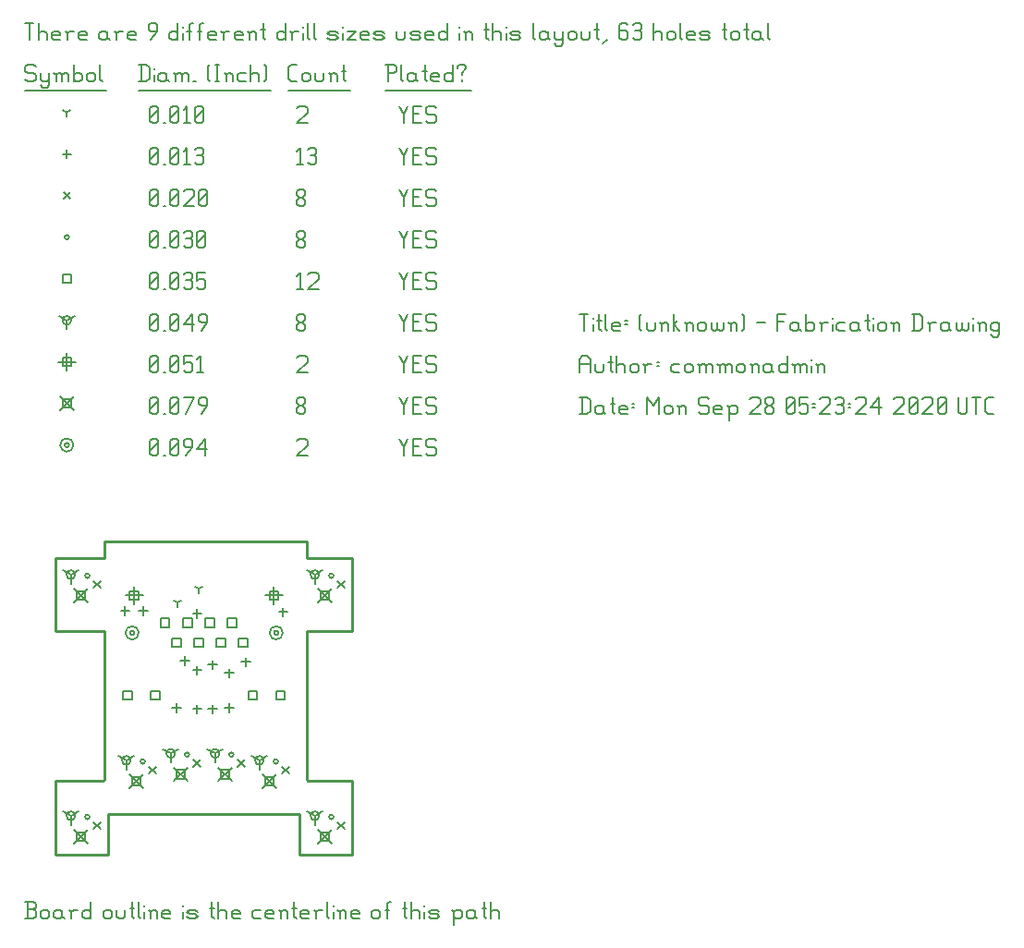
<source format=gbr>
G04 start of page 14 for group -3984 idx -3984 *
G04 Title: (unknown), fab *
G04 Creator: pcb 4.2.0 *
G04 CreationDate: Mon Sep 28 05:23:24 2020 UTC *
G04 For: commonadmin *
G04 Format: Gerber/RS-274X *
G04 PCB-Dimensions (mil): 1250.00 1500.00 *
G04 PCB-Coordinate-Origin: lower left *
%MOIN*%
%FSLAX25Y25*%
%LNFAB*%
%ADD115C,0.0100*%
%ADD114C,0.0075*%
%ADD113C,0.0060*%
%ADD112C,0.0080*%
G54D112*X37731Y93500D02*G75*G03X39331Y93500I800J0D01*G01*
G75*G03X37731Y93500I-800J0D01*G01*
X36131D02*G75*G03X40931Y93500I2400J0D01*G01*
G75*G03X36131Y93500I-2400J0D01*G01*
X89700D02*G75*G03X91300Y93500I800J0D01*G01*
G75*G03X89700Y93500I-800J0D01*G01*
X88100D02*G75*G03X92900Y93500I2400J0D01*G01*
G75*G03X88100Y93500I-2400J0D01*G01*
X14200Y161250D02*G75*G03X15800Y161250I800J0D01*G01*
G75*G03X14200Y161250I-800J0D01*G01*
X12600D02*G75*G03X17400Y161250I2400J0D01*G01*
G75*G03X12600Y161250I-2400J0D01*G01*
G54D113*X135000Y163500D02*X136500Y160500D01*
X138000Y163500D01*
X136500Y160500D02*Y157500D01*
X139800Y160800D02*X142050D01*
X139800Y157500D02*X142800D01*
X139800Y163500D02*Y157500D01*
Y163500D02*X142800D01*
X147600D02*X148350Y162750D01*
X145350Y163500D02*X147600D01*
X144600Y162750D02*X145350Y163500D01*
X144600Y162750D02*Y161250D01*
X145350Y160500D01*
X147600D01*
X148350Y159750D01*
Y158250D01*
X147600Y157500D02*X148350Y158250D01*
X145350Y157500D02*X147600D01*
X144600Y158250D02*X145350Y157500D01*
X98000Y162750D02*X98750Y163500D01*
X101000D01*
X101750Y162750D01*
Y161250D01*
X98000Y157500D02*X101750Y161250D01*
X98000Y157500D02*X101750D01*
X45000Y158250D02*X45750Y157500D01*
X45000Y162750D02*Y158250D01*
Y162750D02*X45750Y163500D01*
X47250D01*
X48000Y162750D01*
Y158250D01*
X47250Y157500D02*X48000Y158250D01*
X45750Y157500D02*X47250D01*
X45000Y159000D02*X48000Y162000D01*
X49800Y157500D02*X50550D01*
X52350Y158250D02*X53100Y157500D01*
X52350Y162750D02*Y158250D01*
Y162750D02*X53100Y163500D01*
X54600D01*
X55350Y162750D01*
Y158250D01*
X54600Y157500D02*X55350Y158250D01*
X53100Y157500D02*X54600D01*
X52350Y159000D02*X55350Y162000D01*
X57900Y157500D02*X60150Y160500D01*
Y162750D02*Y160500D01*
X59400Y163500D02*X60150Y162750D01*
X57900Y163500D02*X59400D01*
X57150Y162750D02*X57900Y163500D01*
X57150Y162750D02*Y161250D01*
X57900Y160500D01*
X60150D01*
X61950Y159750D02*X64950Y163500D01*
X61950Y159750D02*X65700D01*
X64950Y163500D02*Y157500D01*
X17600Y22400D02*X22400Y17600D01*
X17600D02*X22400Y22400D01*
X18400Y21600D02*X21600D01*
X18400D02*Y18400D01*
X21600D01*
Y21600D02*Y18400D01*
X105600Y22400D02*X110400Y17600D01*
X105600D02*X110400Y22400D01*
X106400Y21600D02*X109600D01*
X106400D02*Y18400D01*
X109600D01*
Y21600D02*Y18400D01*
X69600Y44900D02*X74400Y40100D01*
X69600D02*X74400Y44900D01*
X70400Y44100D02*X73600D01*
X70400D02*Y40900D01*
X73600D01*
Y44100D02*Y40900D01*
X85600Y42400D02*X90400Y37600D01*
X85600D02*X90400Y42400D01*
X86400Y41600D02*X89600D01*
X86400D02*Y38400D01*
X89600D01*
Y41600D02*Y38400D01*
X53600Y44900D02*X58400Y40100D01*
X53600D02*X58400Y44900D01*
X54400Y44100D02*X57600D01*
X54400D02*Y40900D01*
X57600D01*
Y44100D02*Y40900D01*
X37600Y42400D02*X42400Y37600D01*
X37600D02*X42400Y42400D01*
X38400Y41600D02*X41600D01*
X38400D02*Y38400D01*
X41600D01*
Y41600D02*Y38400D01*
X105600Y109400D02*X110400Y104600D01*
X105600D02*X110400Y109400D01*
X106400Y108600D02*X109600D01*
X106400D02*Y105400D01*
X109600D01*
Y108600D02*Y105400D01*
X17600Y109400D02*X22400Y104600D01*
X17600D02*X22400Y109400D01*
X18400Y108600D02*X21600D01*
X18400D02*Y105400D01*
X21600D01*
Y108600D02*Y105400D01*
X12600Y178650D02*X17400Y173850D01*
X12600D02*X17400Y178650D01*
X13400Y177850D02*X16600D01*
X13400D02*Y174650D01*
X16600D01*
Y177850D02*Y174650D01*
X135000Y178500D02*X136500Y175500D01*
X138000Y178500D01*
X136500Y175500D02*Y172500D01*
X139800Y175800D02*X142050D01*
X139800Y172500D02*X142800D01*
X139800Y178500D02*Y172500D01*
Y178500D02*X142800D01*
X147600D02*X148350Y177750D01*
X145350Y178500D02*X147600D01*
X144600Y177750D02*X145350Y178500D01*
X144600Y177750D02*Y176250D01*
X145350Y175500D01*
X147600D01*
X148350Y174750D01*
Y173250D01*
X147600Y172500D02*X148350Y173250D01*
X145350Y172500D02*X147600D01*
X144600Y173250D02*X145350Y172500D01*
X98000Y173250D02*X98750Y172500D01*
X98000Y174450D02*Y173250D01*
Y174450D02*X99050Y175500D01*
X99950D01*
X101000Y174450D01*
Y173250D01*
X100250Y172500D02*X101000Y173250D01*
X98750Y172500D02*X100250D01*
X98000Y176550D02*X99050Y175500D01*
X98000Y177750D02*Y176550D01*
Y177750D02*X98750Y178500D01*
X100250D01*
X101000Y177750D01*
Y176550D01*
X99950Y175500D02*X101000Y176550D01*
X45000Y173250D02*X45750Y172500D01*
X45000Y177750D02*Y173250D01*
Y177750D02*X45750Y178500D01*
X47250D01*
X48000Y177750D01*
Y173250D01*
X47250Y172500D02*X48000Y173250D01*
X45750Y172500D02*X47250D01*
X45000Y174000D02*X48000Y177000D01*
X49800Y172500D02*X50550D01*
X52350Y173250D02*X53100Y172500D01*
X52350Y177750D02*Y173250D01*
Y177750D02*X53100Y178500D01*
X54600D01*
X55350Y177750D01*
Y173250D01*
X54600Y172500D02*X55350Y173250D01*
X53100Y172500D02*X54600D01*
X52350Y174000D02*X55350Y177000D01*
X57900Y172500D02*X60900Y178500D01*
X57150D02*X60900D01*
X63450Y172500D02*X65700Y175500D01*
Y177750D02*Y175500D01*
X64950Y178500D02*X65700Y177750D01*
X63450Y178500D02*X64950D01*
X62700Y177750D02*X63450Y178500D01*
X62700Y177750D02*Y176250D01*
X63450Y175500D01*
X65700D01*
X89713Y110204D02*Y103804D01*
X86513Y107004D02*X92913D01*
X88113Y108604D02*X91313D01*
X88113D02*Y105404D01*
X91313D01*
Y108604D02*Y105404D01*
X39319Y110204D02*Y103804D01*
X36119Y107004D02*X42519D01*
X37719Y108604D02*X40919D01*
X37719D02*Y105404D01*
X40919D01*
Y108604D02*Y105404D01*
X15000Y194450D02*Y188050D01*
X11800Y191250D02*X18200D01*
X13400Y192850D02*X16600D01*
X13400D02*Y189650D01*
X16600D01*
Y192850D02*Y189650D01*
X135000Y193500D02*X136500Y190500D01*
X138000Y193500D01*
X136500Y190500D02*Y187500D01*
X139800Y190800D02*X142050D01*
X139800Y187500D02*X142800D01*
X139800Y193500D02*Y187500D01*
Y193500D02*X142800D01*
X147600D02*X148350Y192750D01*
X145350Y193500D02*X147600D01*
X144600Y192750D02*X145350Y193500D01*
X144600Y192750D02*Y191250D01*
X145350Y190500D01*
X147600D01*
X148350Y189750D01*
Y188250D01*
X147600Y187500D02*X148350Y188250D01*
X145350Y187500D02*X147600D01*
X144600Y188250D02*X145350Y187500D01*
X98000Y192750D02*X98750Y193500D01*
X101000D01*
X101750Y192750D01*
Y191250D01*
X98000Y187500D02*X101750Y191250D01*
X98000Y187500D02*X101750D01*
X45000Y188250D02*X45750Y187500D01*
X45000Y192750D02*Y188250D01*
Y192750D02*X45750Y193500D01*
X47250D01*
X48000Y192750D01*
Y188250D01*
X47250Y187500D02*X48000Y188250D01*
X45750Y187500D02*X47250D01*
X45000Y189000D02*X48000Y192000D01*
X49800Y187500D02*X50550D01*
X52350Y188250D02*X53100Y187500D01*
X52350Y192750D02*Y188250D01*
Y192750D02*X53100Y193500D01*
X54600D01*
X55350Y192750D01*
Y188250D01*
X54600Y187500D02*X55350Y188250D01*
X53100Y187500D02*X54600D01*
X52350Y189000D02*X55350Y192000D01*
X57150Y193500D02*X60150D01*
X57150D02*Y190500D01*
X57900Y191250D01*
X59400D01*
X60150Y190500D01*
Y188250D01*
X59400Y187500D02*X60150Y188250D01*
X57900Y187500D02*X59400D01*
X57150Y188250D02*X57900Y187500D01*
X61950Y192300D02*X63150Y193500D01*
Y187500D01*
X61950D02*X64200D01*
X16457Y27480D02*Y24280D01*
Y27480D02*X19230Y29080D01*
X16457Y27480D02*X13683Y29080D01*
X14857Y27480D02*G75*G03X18057Y27480I1600J0D01*G01*
G75*G03X14857Y27480I-1600J0D01*G01*
X104457D02*Y24280D01*
Y27480D02*X107230Y29080D01*
X104457Y27480D02*X101683Y29080D01*
X102857Y27480D02*G75*G03X106057Y27480I1600J0D01*G01*
G75*G03X102857Y27480I-1600J0D01*G01*
X68457Y49980D02*Y46780D01*
Y49980D02*X71230Y51580D01*
X68457Y49980D02*X65683Y51580D01*
X66857Y49980D02*G75*G03X70057Y49980I1600J0D01*G01*
G75*G03X66857Y49980I-1600J0D01*G01*
X84457Y47480D02*Y44280D01*
Y47480D02*X87230Y49080D01*
X84457Y47480D02*X81683Y49080D01*
X82857Y47480D02*G75*G03X86057Y47480I1600J0D01*G01*
G75*G03X82857Y47480I-1600J0D01*G01*
X52457Y49980D02*Y46780D01*
Y49980D02*X55230Y51580D01*
X52457Y49980D02*X49683Y51580D01*
X50857Y49980D02*G75*G03X54057Y49980I1600J0D01*G01*
G75*G03X50857Y49980I-1600J0D01*G01*
X36457Y47480D02*Y44280D01*
Y47480D02*X39230Y49080D01*
X36457Y47480D02*X33683Y49080D01*
X34857Y47480D02*G75*G03X38057Y47480I1600J0D01*G01*
G75*G03X34857Y47480I-1600J0D01*G01*
X104457Y114480D02*Y111280D01*
Y114480D02*X107230Y116080D01*
X104457Y114480D02*X101683Y116080D01*
X102857Y114480D02*G75*G03X106057Y114480I1600J0D01*G01*
G75*G03X102857Y114480I-1600J0D01*G01*
X16457D02*Y111280D01*
Y114480D02*X19230Y116080D01*
X16457Y114480D02*X13683Y116080D01*
X14857Y114480D02*G75*G03X18057Y114480I1600J0D01*G01*
G75*G03X14857Y114480I-1600J0D01*G01*
X15000Y206250D02*Y203050D01*
Y206250D02*X17773Y207850D01*
X15000Y206250D02*X12227Y207850D01*
X13400Y206250D02*G75*G03X16600Y206250I1600J0D01*G01*
G75*G03X13400Y206250I-1600J0D01*G01*
X135000Y208500D02*X136500Y205500D01*
X138000Y208500D01*
X136500Y205500D02*Y202500D01*
X139800Y205800D02*X142050D01*
X139800Y202500D02*X142800D01*
X139800Y208500D02*Y202500D01*
Y208500D02*X142800D01*
X147600D02*X148350Y207750D01*
X145350Y208500D02*X147600D01*
X144600Y207750D02*X145350Y208500D01*
X144600Y207750D02*Y206250D01*
X145350Y205500D01*
X147600D01*
X148350Y204750D01*
Y203250D01*
X147600Y202500D02*X148350Y203250D01*
X145350Y202500D02*X147600D01*
X144600Y203250D02*X145350Y202500D01*
X98000Y203250D02*X98750Y202500D01*
X98000Y204450D02*Y203250D01*
Y204450D02*X99050Y205500D01*
X99950D01*
X101000Y204450D01*
Y203250D01*
X100250Y202500D02*X101000Y203250D01*
X98750Y202500D02*X100250D01*
X98000Y206550D02*X99050Y205500D01*
X98000Y207750D02*Y206550D01*
Y207750D02*X98750Y208500D01*
X100250D01*
X101000Y207750D01*
Y206550D01*
X99950Y205500D02*X101000Y206550D01*
X45000Y203250D02*X45750Y202500D01*
X45000Y207750D02*Y203250D01*
Y207750D02*X45750Y208500D01*
X47250D01*
X48000Y207750D01*
Y203250D01*
X47250Y202500D02*X48000Y203250D01*
X45750Y202500D02*X47250D01*
X45000Y204000D02*X48000Y207000D01*
X49800Y202500D02*X50550D01*
X52350Y203250D02*X53100Y202500D01*
X52350Y207750D02*Y203250D01*
Y207750D02*X53100Y208500D01*
X54600D01*
X55350Y207750D01*
Y203250D01*
X54600Y202500D02*X55350Y203250D01*
X53100Y202500D02*X54600D01*
X52350Y204000D02*X55350Y207000D01*
X57150Y204750D02*X60150Y208500D01*
X57150Y204750D02*X60900D01*
X60150Y208500D02*Y202500D01*
X63450D02*X65700Y205500D01*
Y207750D02*Y205500D01*
X64950Y208500D02*X65700Y207750D01*
X63450Y208500D02*X64950D01*
X62700Y207750D02*X63450Y208500D01*
X62700Y207750D02*Y206250D01*
X63450Y205500D01*
X65700D01*
X80435Y72620D02*X83635D01*
X80435D02*Y69420D01*
X83635D01*
Y72620D02*Y69420D01*
X90475Y72620D02*X93675D01*
X90475D02*Y69420D01*
X93675D01*
Y72620D02*Y69420D01*
X64924Y98643D02*X68124D01*
X64924D02*Y95443D01*
X68124D01*
Y98643D02*Y95443D01*
X72955Y98643D02*X76155D01*
X72955D02*Y95443D01*
X76155D01*
Y98643D02*Y95443D01*
X56892Y98643D02*X60092D01*
X56892D02*Y95443D01*
X60092D01*
Y98643D02*Y95443D01*
X48861Y98643D02*X52061D01*
X48861D02*Y95443D01*
X52061D01*
Y98643D02*Y95443D01*
X60908Y91557D02*X64108D01*
X60908D02*Y88357D01*
X64108D01*
Y91557D02*Y88357D01*
X52876Y91557D02*X56076D01*
X52876D02*Y88357D01*
X56076D01*
Y91557D02*Y88357D01*
X68939Y91557D02*X72139D01*
X68939D02*Y88357D01*
X72139D01*
Y91557D02*Y88357D01*
X76971Y91557D02*X80171D01*
X76971D02*Y88357D01*
X80171D01*
Y91557D02*Y88357D01*
X35357Y72620D02*X38557D01*
X35357D02*Y69420D01*
X38557D01*
Y72620D02*Y69420D01*
X45396Y72620D02*X48596D01*
X45396D02*Y69420D01*
X48596D01*
Y72620D02*Y69420D01*
X13400Y222850D02*X16600D01*
X13400D02*Y219650D01*
X16600D01*
Y222850D02*Y219650D01*
X135000Y223500D02*X136500Y220500D01*
X138000Y223500D01*
X136500Y220500D02*Y217500D01*
X139800Y220800D02*X142050D01*
X139800Y217500D02*X142800D01*
X139800Y223500D02*Y217500D01*
Y223500D02*X142800D01*
X147600D02*X148350Y222750D01*
X145350Y223500D02*X147600D01*
X144600Y222750D02*X145350Y223500D01*
X144600Y222750D02*Y221250D01*
X145350Y220500D01*
X147600D01*
X148350Y219750D01*
Y218250D01*
X147600Y217500D02*X148350Y218250D01*
X145350Y217500D02*X147600D01*
X144600Y218250D02*X145350Y217500D01*
X98000Y222300D02*X99200Y223500D01*
Y217500D01*
X98000D02*X100250D01*
X102050Y222750D02*X102800Y223500D01*
X105050D01*
X105800Y222750D01*
Y221250D01*
X102050Y217500D02*X105800Y221250D01*
X102050Y217500D02*X105800D01*
X45000Y218250D02*X45750Y217500D01*
X45000Y222750D02*Y218250D01*
Y222750D02*X45750Y223500D01*
X47250D01*
X48000Y222750D01*
Y218250D01*
X47250Y217500D02*X48000Y218250D01*
X45750Y217500D02*X47250D01*
X45000Y219000D02*X48000Y222000D01*
X49800Y217500D02*X50550D01*
X52350Y218250D02*X53100Y217500D01*
X52350Y222750D02*Y218250D01*
Y222750D02*X53100Y223500D01*
X54600D01*
X55350Y222750D01*
Y218250D01*
X54600Y217500D02*X55350Y218250D01*
X53100Y217500D02*X54600D01*
X52350Y219000D02*X55350Y222000D01*
X57150Y222750D02*X57900Y223500D01*
X59400D01*
X60150Y222750D01*
X59400Y217500D02*X60150Y218250D01*
X57900Y217500D02*X59400D01*
X57150Y218250D02*X57900Y217500D01*
Y220800D02*X59400D01*
X60150Y222750D02*Y221550D01*
Y220050D02*Y218250D01*
Y220050D02*X59400Y220800D01*
X60150Y221550D02*X59400Y220800D01*
X61950Y223500D02*X64950D01*
X61950D02*Y220500D01*
X62700Y221250D01*
X64200D01*
X64950Y220500D01*
Y218250D01*
X64200Y217500D02*X64950Y218250D01*
X62700Y217500D02*X64200D01*
X61950Y218250D02*X62700Y217500D01*
X21562Y27087D02*G75*G03X23162Y27087I800J0D01*G01*
G75*G03X21562Y27087I-800J0D01*G01*
X109562D02*G75*G03X111162Y27087I800J0D01*G01*
G75*G03X109562Y27087I-800J0D01*G01*
X73562Y49587D02*G75*G03X75162Y49587I800J0D01*G01*
G75*G03X73562Y49587I-800J0D01*G01*
X89562Y47087D02*G75*G03X91162Y47087I800J0D01*G01*
G75*G03X89562Y47087I-800J0D01*G01*
X57562Y49587D02*G75*G03X59162Y49587I800J0D01*G01*
G75*G03X57562Y49587I-800J0D01*G01*
X41562Y47087D02*G75*G03X43162Y47087I800J0D01*G01*
G75*G03X41562Y47087I-800J0D01*G01*
X109562Y114087D02*G75*G03X111162Y114087I800J0D01*G01*
G75*G03X109562Y114087I-800J0D01*G01*
X21562D02*G75*G03X23162Y114087I800J0D01*G01*
G75*G03X21562Y114087I-800J0D01*G01*
X14200Y236250D02*G75*G03X15800Y236250I800J0D01*G01*
G75*G03X14200Y236250I-800J0D01*G01*
X135000Y238500D02*X136500Y235500D01*
X138000Y238500D01*
X136500Y235500D02*Y232500D01*
X139800Y235800D02*X142050D01*
X139800Y232500D02*X142800D01*
X139800Y238500D02*Y232500D01*
Y238500D02*X142800D01*
X147600D02*X148350Y237750D01*
X145350Y238500D02*X147600D01*
X144600Y237750D02*X145350Y238500D01*
X144600Y237750D02*Y236250D01*
X145350Y235500D01*
X147600D01*
X148350Y234750D01*
Y233250D01*
X147600Y232500D02*X148350Y233250D01*
X145350Y232500D02*X147600D01*
X144600Y233250D02*X145350Y232500D01*
X98000Y233250D02*X98750Y232500D01*
X98000Y234450D02*Y233250D01*
Y234450D02*X99050Y235500D01*
X99950D01*
X101000Y234450D01*
Y233250D01*
X100250Y232500D02*X101000Y233250D01*
X98750Y232500D02*X100250D01*
X98000Y236550D02*X99050Y235500D01*
X98000Y237750D02*Y236550D01*
Y237750D02*X98750Y238500D01*
X100250D01*
X101000Y237750D01*
Y236550D01*
X99950Y235500D02*X101000Y236550D01*
X45000Y233250D02*X45750Y232500D01*
X45000Y237750D02*Y233250D01*
Y237750D02*X45750Y238500D01*
X47250D01*
X48000Y237750D01*
Y233250D01*
X47250Y232500D02*X48000Y233250D01*
X45750Y232500D02*X47250D01*
X45000Y234000D02*X48000Y237000D01*
X49800Y232500D02*X50550D01*
X52350Y233250D02*X53100Y232500D01*
X52350Y237750D02*Y233250D01*
Y237750D02*X53100Y238500D01*
X54600D01*
X55350Y237750D01*
Y233250D01*
X54600Y232500D02*X55350Y233250D01*
X53100Y232500D02*X54600D01*
X52350Y234000D02*X55350Y237000D01*
X57150Y237750D02*X57900Y238500D01*
X59400D01*
X60150Y237750D01*
X59400Y232500D02*X60150Y233250D01*
X57900Y232500D02*X59400D01*
X57150Y233250D02*X57900Y232500D01*
Y235800D02*X59400D01*
X60150Y237750D02*Y236550D01*
Y235050D02*Y233250D01*
Y235050D02*X59400Y235800D01*
X60150Y236550D02*X59400Y235800D01*
X61950Y233250D02*X62700Y232500D01*
X61950Y237750D02*Y233250D01*
Y237750D02*X62700Y238500D01*
X64200D01*
X64950Y237750D01*
Y233250D01*
X64200Y232500D02*X64950Y233250D01*
X62700Y232500D02*X64200D01*
X61950Y234000D02*X64950Y237000D01*
X24706Y25137D02*X27106Y22737D01*
X24706D02*X27106Y25137D01*
X112706D02*X115106Y22737D01*
X112706D02*X115106Y25137D01*
X76706Y47637D02*X79106Y45237D01*
X76706D02*X79106Y47637D01*
X92706Y45137D02*X95106Y42737D01*
X92706D02*X95106Y45137D01*
X60706Y47637D02*X63106Y45237D01*
X60706D02*X63106Y47637D01*
X44706Y45137D02*X47106Y42737D01*
X44706D02*X47106Y45137D01*
X112706Y112137D02*X115106Y109737D01*
X112706D02*X115106Y112137D01*
X24706D02*X27106Y109737D01*
X24706D02*X27106Y112137D01*
X13800Y252450D02*X16200Y250050D01*
X13800D02*X16200Y252450D01*
X135000Y253500D02*X136500Y250500D01*
X138000Y253500D01*
X136500Y250500D02*Y247500D01*
X139800Y250800D02*X142050D01*
X139800Y247500D02*X142800D01*
X139800Y253500D02*Y247500D01*
Y253500D02*X142800D01*
X147600D02*X148350Y252750D01*
X145350Y253500D02*X147600D01*
X144600Y252750D02*X145350Y253500D01*
X144600Y252750D02*Y251250D01*
X145350Y250500D01*
X147600D01*
X148350Y249750D01*
Y248250D01*
X147600Y247500D02*X148350Y248250D01*
X145350Y247500D02*X147600D01*
X144600Y248250D02*X145350Y247500D01*
X98000Y248250D02*X98750Y247500D01*
X98000Y249450D02*Y248250D01*
Y249450D02*X99050Y250500D01*
X99950D01*
X101000Y249450D01*
Y248250D01*
X100250Y247500D02*X101000Y248250D01*
X98750Y247500D02*X100250D01*
X98000Y251550D02*X99050Y250500D01*
X98000Y252750D02*Y251550D01*
Y252750D02*X98750Y253500D01*
X100250D01*
X101000Y252750D01*
Y251550D01*
X99950Y250500D02*X101000Y251550D01*
X45000Y248250D02*X45750Y247500D01*
X45000Y252750D02*Y248250D01*
Y252750D02*X45750Y253500D01*
X47250D01*
X48000Y252750D01*
Y248250D01*
X47250Y247500D02*X48000Y248250D01*
X45750Y247500D02*X47250D01*
X45000Y249000D02*X48000Y252000D01*
X49800Y247500D02*X50550D01*
X52350Y248250D02*X53100Y247500D01*
X52350Y252750D02*Y248250D01*
Y252750D02*X53100Y253500D01*
X54600D01*
X55350Y252750D01*
Y248250D01*
X54600Y247500D02*X55350Y248250D01*
X53100Y247500D02*X54600D01*
X52350Y249000D02*X55350Y252000D01*
X57150Y252750D02*X57900Y253500D01*
X60150D01*
X60900Y252750D01*
Y251250D01*
X57150Y247500D02*X60900Y251250D01*
X57150Y247500D02*X60900D01*
X62700Y248250D02*X63450Y247500D01*
X62700Y252750D02*Y248250D01*
Y252750D02*X63450Y253500D01*
X64950D01*
X65700Y252750D01*
Y248250D01*
X64950Y247500D02*X65700Y248250D01*
X63450Y247500D02*X64950D01*
X62700Y249000D02*X65700Y252000D01*
X42500Y103100D02*Y99900D01*
X40900Y101500D02*X44100D01*
X36000Y103100D02*Y99900D01*
X34400Y101500D02*X37600D01*
X62000Y102100D02*Y98900D01*
X60400Y100500D02*X63600D01*
X93000Y102600D02*Y99400D01*
X91400Y101000D02*X94600D01*
X79500Y84600D02*Y81400D01*
X77900Y83000D02*X81100D01*
X57500Y85100D02*Y81900D01*
X55900Y83500D02*X59100D01*
X67500Y83600D02*Y80400D01*
X65900Y82000D02*X69100D01*
X73500Y80600D02*Y77400D01*
X71900Y79000D02*X75100D01*
X62000Y81600D02*Y78400D01*
X60400Y80000D02*X63600D01*
X54500Y68100D02*Y64900D01*
X52900Y66500D02*X56100D01*
X62000Y67600D02*Y64400D01*
X60400Y66000D02*X63600D01*
X67500Y67600D02*Y64400D01*
X65900Y66000D02*X69100D01*
X73500Y68100D02*Y64900D01*
X71900Y66500D02*X75100D01*
X15000Y267850D02*Y264650D01*
X13400Y266250D02*X16600D01*
X135000Y268500D02*X136500Y265500D01*
X138000Y268500D01*
X136500Y265500D02*Y262500D01*
X139800Y265800D02*X142050D01*
X139800Y262500D02*X142800D01*
X139800Y268500D02*Y262500D01*
Y268500D02*X142800D01*
X147600D02*X148350Y267750D01*
X145350Y268500D02*X147600D01*
X144600Y267750D02*X145350Y268500D01*
X144600Y267750D02*Y266250D01*
X145350Y265500D01*
X147600D01*
X148350Y264750D01*
Y263250D01*
X147600Y262500D02*X148350Y263250D01*
X145350Y262500D02*X147600D01*
X144600Y263250D02*X145350Y262500D01*
X98000Y267300D02*X99200Y268500D01*
Y262500D01*
X98000D02*X100250D01*
X102050Y267750D02*X102800Y268500D01*
X104300D01*
X105050Y267750D01*
X104300Y262500D02*X105050Y263250D01*
X102800Y262500D02*X104300D01*
X102050Y263250D02*X102800Y262500D01*
Y265800D02*X104300D01*
X105050Y267750D02*Y266550D01*
Y265050D02*Y263250D01*
Y265050D02*X104300Y265800D01*
X105050Y266550D02*X104300Y265800D01*
X45000Y263250D02*X45750Y262500D01*
X45000Y267750D02*Y263250D01*
Y267750D02*X45750Y268500D01*
X47250D01*
X48000Y267750D01*
Y263250D01*
X47250Y262500D02*X48000Y263250D01*
X45750Y262500D02*X47250D01*
X45000Y264000D02*X48000Y267000D01*
X49800Y262500D02*X50550D01*
X52350Y263250D02*X53100Y262500D01*
X52350Y267750D02*Y263250D01*
Y267750D02*X53100Y268500D01*
X54600D01*
X55350Y267750D01*
Y263250D01*
X54600Y262500D02*X55350Y263250D01*
X53100Y262500D02*X54600D01*
X52350Y264000D02*X55350Y267000D01*
X57150Y267300D02*X58350Y268500D01*
Y262500D01*
X57150D02*X59400D01*
X61200Y267750D02*X61950Y268500D01*
X63450D01*
X64200Y267750D01*
X63450Y262500D02*X64200Y263250D01*
X61950Y262500D02*X63450D01*
X61200Y263250D02*X61950Y262500D01*
Y265800D02*X63450D01*
X64200Y267750D02*Y266550D01*
Y265050D02*Y263250D01*
Y265050D02*X63450Y265800D01*
X64200Y266550D02*X63450Y265800D01*
X55000Y104500D02*Y102900D01*
Y104500D02*X56387Y105300D01*
X55000Y104500D02*X53613Y105300D01*
X62500Y109500D02*Y107900D01*
Y109500D02*X63887Y110300D01*
X62500Y109500D02*X61113Y110300D01*
X15000Y281250D02*Y279650D01*
Y281250D02*X16387Y282050D01*
X15000Y281250D02*X13613Y282050D01*
X135000Y283500D02*X136500Y280500D01*
X138000Y283500D01*
X136500Y280500D02*Y277500D01*
X139800Y280800D02*X142050D01*
X139800Y277500D02*X142800D01*
X139800Y283500D02*Y277500D01*
Y283500D02*X142800D01*
X147600D02*X148350Y282750D01*
X145350Y283500D02*X147600D01*
X144600Y282750D02*X145350Y283500D01*
X144600Y282750D02*Y281250D01*
X145350Y280500D01*
X147600D01*
X148350Y279750D01*
Y278250D01*
X147600Y277500D02*X148350Y278250D01*
X145350Y277500D02*X147600D01*
X144600Y278250D02*X145350Y277500D01*
X98000Y282750D02*X98750Y283500D01*
X101000D01*
X101750Y282750D01*
Y281250D01*
X98000Y277500D02*X101750Y281250D01*
X98000Y277500D02*X101750D01*
X45000Y278250D02*X45750Y277500D01*
X45000Y282750D02*Y278250D01*
Y282750D02*X45750Y283500D01*
X47250D01*
X48000Y282750D01*
Y278250D01*
X47250Y277500D02*X48000Y278250D01*
X45750Y277500D02*X47250D01*
X45000Y279000D02*X48000Y282000D01*
X49800Y277500D02*X50550D01*
X52350Y278250D02*X53100Y277500D01*
X52350Y282750D02*Y278250D01*
Y282750D02*X53100Y283500D01*
X54600D01*
X55350Y282750D01*
Y278250D01*
X54600Y277500D02*X55350Y278250D01*
X53100Y277500D02*X54600D01*
X52350Y279000D02*X55350Y282000D01*
X57150Y282300D02*X58350Y283500D01*
Y277500D01*
X57150D02*X59400D01*
X61200Y278250D02*X61950Y277500D01*
X61200Y282750D02*Y278250D01*
Y282750D02*X61950Y283500D01*
X63450D01*
X64200Y282750D01*
Y278250D01*
X63450Y277500D02*X64200Y278250D01*
X61950Y277500D02*X63450D01*
X61200Y279000D02*X64200Y282000D01*
X3000Y298500D02*X3750Y297750D01*
X750Y298500D02*X3000D01*
X0Y297750D02*X750Y298500D01*
X0Y297750D02*Y296250D01*
X750Y295500D01*
X3000D01*
X3750Y294750D01*
Y293250D01*
X3000Y292500D02*X3750Y293250D01*
X750Y292500D02*X3000D01*
X0Y293250D02*X750Y292500D01*
X5550Y295500D02*Y293250D01*
X6300Y292500D01*
X8550Y295500D02*Y291000D01*
X7800Y290250D02*X8550Y291000D01*
X6300Y290250D02*X7800D01*
X5550Y291000D02*X6300Y290250D01*
Y292500D02*X7800D01*
X8550Y293250D01*
X11100Y294750D02*Y292500D01*
Y294750D02*X11850Y295500D01*
X12600D01*
X13350Y294750D01*
Y292500D01*
Y294750D02*X14100Y295500D01*
X14850D01*
X15600Y294750D01*
Y292500D01*
X10350Y295500D02*X11100Y294750D01*
X17400Y298500D02*Y292500D01*
Y293250D02*X18150Y292500D01*
X19650D01*
X20400Y293250D01*
Y294750D02*Y293250D01*
X19650Y295500D02*X20400Y294750D01*
X18150Y295500D02*X19650D01*
X17400Y294750D02*X18150Y295500D01*
X22200Y294750D02*Y293250D01*
Y294750D02*X22950Y295500D01*
X24450D01*
X25200Y294750D01*
Y293250D01*
X24450Y292500D02*X25200Y293250D01*
X22950Y292500D02*X24450D01*
X22200Y293250D02*X22950Y292500D01*
X27000Y298500D02*Y293250D01*
X27750Y292500D01*
X0Y289250D02*X29250D01*
X41750Y298500D02*Y292500D01*
X43700Y298500D02*X44750Y297450D01*
Y293550D01*
X43700Y292500D02*X44750Y293550D01*
X41000Y292500D02*X43700D01*
X41000Y298500D02*X43700D01*
G54D114*X46550Y297000D02*Y296850D01*
G54D113*Y294750D02*Y292500D01*
X50300Y295500D02*X51050Y294750D01*
X48800Y295500D02*X50300D01*
X48050Y294750D02*X48800Y295500D01*
X48050Y294750D02*Y293250D01*
X48800Y292500D01*
X51050Y295500D02*Y293250D01*
X51800Y292500D01*
X48800D02*X50300D01*
X51050Y293250D01*
X54350Y294750D02*Y292500D01*
Y294750D02*X55100Y295500D01*
X55850D01*
X56600Y294750D01*
Y292500D01*
Y294750D02*X57350Y295500D01*
X58100D01*
X58850Y294750D01*
Y292500D01*
X53600Y295500D02*X54350Y294750D01*
X60650Y292500D02*X61400D01*
X65900Y293250D02*X66650Y292500D01*
X65900Y297750D02*X66650Y298500D01*
X65900Y297750D02*Y293250D01*
X68450Y298500D02*X69950D01*
X69200D02*Y292500D01*
X68450D02*X69950D01*
X72500Y294750D02*Y292500D01*
Y294750D02*X73250Y295500D01*
X74000D01*
X74750Y294750D01*
Y292500D01*
X71750Y295500D02*X72500Y294750D01*
X77300Y295500D02*X79550D01*
X76550Y294750D02*X77300Y295500D01*
X76550Y294750D02*Y293250D01*
X77300Y292500D01*
X79550D01*
X81350Y298500D02*Y292500D01*
Y294750D02*X82100Y295500D01*
X83600D01*
X84350Y294750D01*
Y292500D01*
X86150Y298500D02*X86900Y297750D01*
Y293250D01*
X86150Y292500D02*X86900Y293250D01*
X41000Y289250D02*X88700D01*
X96050Y292500D02*X98000D01*
X95000Y293550D02*X96050Y292500D01*
X95000Y297450D02*Y293550D01*
Y297450D02*X96050Y298500D01*
X98000D01*
X99800Y294750D02*Y293250D01*
Y294750D02*X100550Y295500D01*
X102050D01*
X102800Y294750D01*
Y293250D01*
X102050Y292500D02*X102800Y293250D01*
X100550Y292500D02*X102050D01*
X99800Y293250D02*X100550Y292500D01*
X104600Y295500D02*Y293250D01*
X105350Y292500D01*
X106850D01*
X107600Y293250D01*
Y295500D02*Y293250D01*
X110150Y294750D02*Y292500D01*
Y294750D02*X110900Y295500D01*
X111650D01*
X112400Y294750D01*
Y292500D01*
X109400Y295500D02*X110150Y294750D01*
X114950Y298500D02*Y293250D01*
X115700Y292500D01*
X114200Y296250D02*X115700D01*
X95000Y289250D02*X117200D01*
X130750Y298500D02*Y292500D01*
X130000Y298500D02*X133000D01*
X133750Y297750D01*
Y296250D01*
X133000Y295500D02*X133750Y296250D01*
X130750Y295500D02*X133000D01*
X135550Y298500D02*Y293250D01*
X136300Y292500D01*
X140050Y295500D02*X140800Y294750D01*
X138550Y295500D02*X140050D01*
X137800Y294750D02*X138550Y295500D01*
X137800Y294750D02*Y293250D01*
X138550Y292500D01*
X140800Y295500D02*Y293250D01*
X141550Y292500D01*
X138550D02*X140050D01*
X140800Y293250D01*
X144100Y298500D02*Y293250D01*
X144850Y292500D01*
X143350Y296250D02*X144850D01*
X147100Y292500D02*X149350D01*
X146350Y293250D02*X147100Y292500D01*
X146350Y294750D02*Y293250D01*
Y294750D02*X147100Y295500D01*
X148600D01*
X149350Y294750D01*
X146350Y294000D02*X149350D01*
Y294750D02*Y294000D01*
X154150Y298500D02*Y292500D01*
X153400D02*X154150Y293250D01*
X151900Y292500D02*X153400D01*
X151150Y293250D02*X151900Y292500D01*
X151150Y294750D02*Y293250D01*
Y294750D02*X151900Y295500D01*
X153400D01*
X154150Y294750D01*
X157450Y295500D02*Y294750D01*
Y293250D02*Y292500D01*
X155950Y297750D02*Y297000D01*
Y297750D02*X156700Y298500D01*
X158200D01*
X158950Y297750D01*
Y297000D01*
X157450Y295500D02*X158950Y297000D01*
X130000Y289250D02*X160750D01*
X0Y313500D02*X3000D01*
X1500D02*Y307500D01*
X4800Y313500D02*Y307500D01*
Y309750D02*X5550Y310500D01*
X7050D01*
X7800Y309750D01*
Y307500D01*
X10350D02*X12600D01*
X9600Y308250D02*X10350Y307500D01*
X9600Y309750D02*Y308250D01*
Y309750D02*X10350Y310500D01*
X11850D01*
X12600Y309750D01*
X9600Y309000D02*X12600D01*
Y309750D02*Y309000D01*
X15150Y309750D02*Y307500D01*
Y309750D02*X15900Y310500D01*
X17400D01*
X14400D02*X15150Y309750D01*
X19950Y307500D02*X22200D01*
X19200Y308250D02*X19950Y307500D01*
X19200Y309750D02*Y308250D01*
Y309750D02*X19950Y310500D01*
X21450D01*
X22200Y309750D01*
X19200Y309000D02*X22200D01*
Y309750D02*Y309000D01*
X28950Y310500D02*X29700Y309750D01*
X27450Y310500D02*X28950D01*
X26700Y309750D02*X27450Y310500D01*
X26700Y309750D02*Y308250D01*
X27450Y307500D01*
X29700Y310500D02*Y308250D01*
X30450Y307500D01*
X27450D02*X28950D01*
X29700Y308250D01*
X33000Y309750D02*Y307500D01*
Y309750D02*X33750Y310500D01*
X35250D01*
X32250D02*X33000Y309750D01*
X37800Y307500D02*X40050D01*
X37050Y308250D02*X37800Y307500D01*
X37050Y309750D02*Y308250D01*
Y309750D02*X37800Y310500D01*
X39300D01*
X40050Y309750D01*
X37050Y309000D02*X40050D01*
Y309750D02*Y309000D01*
X45300Y307500D02*X47550Y310500D01*
Y312750D02*Y310500D01*
X46800Y313500D02*X47550Y312750D01*
X45300Y313500D02*X46800D01*
X44550Y312750D02*X45300Y313500D01*
X44550Y312750D02*Y311250D01*
X45300Y310500D01*
X47550D01*
X55050Y313500D02*Y307500D01*
X54300D02*X55050Y308250D01*
X52800Y307500D02*X54300D01*
X52050Y308250D02*X52800Y307500D01*
X52050Y309750D02*Y308250D01*
Y309750D02*X52800Y310500D01*
X54300D01*
X55050Y309750D01*
G54D114*X56850Y312000D02*Y311850D01*
G54D113*Y309750D02*Y307500D01*
X59100Y312750D02*Y307500D01*
Y312750D02*X59850Y313500D01*
X60600D01*
X58350Y310500D02*X59850D01*
X62850Y312750D02*Y307500D01*
Y312750D02*X63600Y313500D01*
X64350D01*
X62100Y310500D02*X63600D01*
X66600Y307500D02*X68850D01*
X65850Y308250D02*X66600Y307500D01*
X65850Y309750D02*Y308250D01*
Y309750D02*X66600Y310500D01*
X68100D01*
X68850Y309750D01*
X65850Y309000D02*X68850D01*
Y309750D02*Y309000D01*
X71400Y309750D02*Y307500D01*
Y309750D02*X72150Y310500D01*
X73650D01*
X70650D02*X71400Y309750D01*
X76200Y307500D02*X78450D01*
X75450Y308250D02*X76200Y307500D01*
X75450Y309750D02*Y308250D01*
Y309750D02*X76200Y310500D01*
X77700D01*
X78450Y309750D01*
X75450Y309000D02*X78450D01*
Y309750D02*Y309000D01*
X81000Y309750D02*Y307500D01*
Y309750D02*X81750Y310500D01*
X82500D01*
X83250Y309750D01*
Y307500D01*
X80250Y310500D02*X81000Y309750D01*
X85800Y313500D02*Y308250D01*
X86550Y307500D01*
X85050Y311250D02*X86550D01*
X93750Y313500D02*Y307500D01*
X93000D02*X93750Y308250D01*
X91500Y307500D02*X93000D01*
X90750Y308250D02*X91500Y307500D01*
X90750Y309750D02*Y308250D01*
Y309750D02*X91500Y310500D01*
X93000D01*
X93750Y309750D01*
X96300D02*Y307500D01*
Y309750D02*X97050Y310500D01*
X98550D01*
X95550D02*X96300Y309750D01*
G54D114*X100350Y312000D02*Y311850D01*
G54D113*Y309750D02*Y307500D01*
X101850Y313500D02*Y308250D01*
X102600Y307500D01*
X104100Y313500D02*Y308250D01*
X104850Y307500D01*
X109800D02*X112050D01*
X112800Y308250D01*
X112050Y309000D02*X112800Y308250D01*
X109800Y309000D02*X112050D01*
X109050Y309750D02*X109800Y309000D01*
X109050Y309750D02*X109800Y310500D01*
X112050D01*
X112800Y309750D01*
X109050Y308250D02*X109800Y307500D01*
G54D114*X114600Y312000D02*Y311850D01*
G54D113*Y309750D02*Y307500D01*
X116100Y310500D02*X119100D01*
X116100Y307500D02*X119100Y310500D01*
X116100Y307500D02*X119100D01*
X121650D02*X123900D01*
X120900Y308250D02*X121650Y307500D01*
X120900Y309750D02*Y308250D01*
Y309750D02*X121650Y310500D01*
X123150D01*
X123900Y309750D01*
X120900Y309000D02*X123900D01*
Y309750D02*Y309000D01*
X126450Y307500D02*X128700D01*
X129450Y308250D01*
X128700Y309000D02*X129450Y308250D01*
X126450Y309000D02*X128700D01*
X125700Y309750D02*X126450Y309000D01*
X125700Y309750D02*X126450Y310500D01*
X128700D01*
X129450Y309750D01*
X125700Y308250D02*X126450Y307500D01*
X133950Y310500D02*Y308250D01*
X134700Y307500D01*
X136200D01*
X136950Y308250D01*
Y310500D02*Y308250D01*
X139500Y307500D02*X141750D01*
X142500Y308250D01*
X141750Y309000D02*X142500Y308250D01*
X139500Y309000D02*X141750D01*
X138750Y309750D02*X139500Y309000D01*
X138750Y309750D02*X139500Y310500D01*
X141750D01*
X142500Y309750D01*
X138750Y308250D02*X139500Y307500D01*
X145050D02*X147300D01*
X144300Y308250D02*X145050Y307500D01*
X144300Y309750D02*Y308250D01*
Y309750D02*X145050Y310500D01*
X146550D01*
X147300Y309750D01*
X144300Y309000D02*X147300D01*
Y309750D02*Y309000D01*
X152100Y313500D02*Y307500D01*
X151350D02*X152100Y308250D01*
X149850Y307500D02*X151350D01*
X149100Y308250D02*X149850Y307500D01*
X149100Y309750D02*Y308250D01*
Y309750D02*X149850Y310500D01*
X151350D01*
X152100Y309750D01*
G54D114*X156600Y312000D02*Y311850D01*
G54D113*Y309750D02*Y307500D01*
X158850Y309750D02*Y307500D01*
Y309750D02*X159600Y310500D01*
X160350D01*
X161100Y309750D01*
Y307500D01*
X158100Y310500D02*X158850Y309750D01*
X166350Y313500D02*Y308250D01*
X167100Y307500D01*
X165600Y311250D02*X167100D01*
X168600Y313500D02*Y307500D01*
Y309750D02*X169350Y310500D01*
X170850D01*
X171600Y309750D01*
Y307500D01*
G54D114*X173400Y312000D02*Y311850D01*
G54D113*Y309750D02*Y307500D01*
X175650D02*X177900D01*
X178650Y308250D01*
X177900Y309000D02*X178650Y308250D01*
X175650Y309000D02*X177900D01*
X174900Y309750D02*X175650Y309000D01*
X174900Y309750D02*X175650Y310500D01*
X177900D01*
X178650Y309750D01*
X174900Y308250D02*X175650Y307500D01*
X183150Y313500D02*Y308250D01*
X183900Y307500D01*
X187650Y310500D02*X188400Y309750D01*
X186150Y310500D02*X187650D01*
X185400Y309750D02*X186150Y310500D01*
X185400Y309750D02*Y308250D01*
X186150Y307500D01*
X188400Y310500D02*Y308250D01*
X189150Y307500D01*
X186150D02*X187650D01*
X188400Y308250D01*
X190950Y310500D02*Y308250D01*
X191700Y307500D01*
X193950Y310500D02*Y306000D01*
X193200Y305250D02*X193950Y306000D01*
X191700Y305250D02*X193200D01*
X190950Y306000D02*X191700Y305250D01*
Y307500D02*X193200D01*
X193950Y308250D01*
X195750Y309750D02*Y308250D01*
Y309750D02*X196500Y310500D01*
X198000D01*
X198750Y309750D01*
Y308250D01*
X198000Y307500D02*X198750Y308250D01*
X196500Y307500D02*X198000D01*
X195750Y308250D02*X196500Y307500D01*
X200550Y310500D02*Y308250D01*
X201300Y307500D01*
X202800D01*
X203550Y308250D01*
Y310500D02*Y308250D01*
X206100Y313500D02*Y308250D01*
X206850Y307500D01*
X205350Y311250D02*X206850D01*
X208350Y306000D02*X209850Y307500D01*
X216600Y313500D02*X217350Y312750D01*
X215100Y313500D02*X216600D01*
X214350Y312750D02*X215100Y313500D01*
X214350Y312750D02*Y308250D01*
X215100Y307500D01*
X216600Y310800D02*X217350Y310050D01*
X214350Y310800D02*X216600D01*
X215100Y307500D02*X216600D01*
X217350Y308250D01*
Y310050D02*Y308250D01*
X219150Y312750D02*X219900Y313500D01*
X221400D01*
X222150Y312750D01*
X221400Y307500D02*X222150Y308250D01*
X219900Y307500D02*X221400D01*
X219150Y308250D02*X219900Y307500D01*
Y310800D02*X221400D01*
X222150Y312750D02*Y311550D01*
Y310050D02*Y308250D01*
Y310050D02*X221400Y310800D01*
X222150Y311550D02*X221400Y310800D01*
X226650Y313500D02*Y307500D01*
Y309750D02*X227400Y310500D01*
X228900D01*
X229650Y309750D01*
Y307500D01*
X231450Y309750D02*Y308250D01*
Y309750D02*X232200Y310500D01*
X233700D01*
X234450Y309750D01*
Y308250D01*
X233700Y307500D02*X234450Y308250D01*
X232200Y307500D02*X233700D01*
X231450Y308250D02*X232200Y307500D01*
X236250Y313500D02*Y308250D01*
X237000Y307500D01*
X239250D02*X241500D01*
X238500Y308250D02*X239250Y307500D01*
X238500Y309750D02*Y308250D01*
Y309750D02*X239250Y310500D01*
X240750D01*
X241500Y309750D01*
X238500Y309000D02*X241500D01*
Y309750D02*Y309000D01*
X244050Y307500D02*X246300D01*
X247050Y308250D01*
X246300Y309000D02*X247050Y308250D01*
X244050Y309000D02*X246300D01*
X243300Y309750D02*X244050Y309000D01*
X243300Y309750D02*X244050Y310500D01*
X246300D01*
X247050Y309750D01*
X243300Y308250D02*X244050Y307500D01*
X252300Y313500D02*Y308250D01*
X253050Y307500D01*
X251550Y311250D02*X253050D01*
X254550Y309750D02*Y308250D01*
Y309750D02*X255300Y310500D01*
X256800D01*
X257550Y309750D01*
Y308250D01*
X256800Y307500D02*X257550Y308250D01*
X255300Y307500D02*X256800D01*
X254550Y308250D02*X255300Y307500D01*
X260100Y313500D02*Y308250D01*
X260850Y307500D01*
X259350Y311250D02*X260850D01*
X264600Y310500D02*X265350Y309750D01*
X263100Y310500D02*X264600D01*
X262350Y309750D02*X263100Y310500D01*
X262350Y309750D02*Y308250D01*
X263100Y307500D01*
X265350Y310500D02*Y308250D01*
X266100Y307500D01*
X263100D02*X264600D01*
X265350Y308250D01*
X267900Y313500D02*Y308250D01*
X268650Y307500D01*
G54D115*X101500Y40500D02*X102000Y40000D01*
X118000D01*
Y13500D01*
X101531Y126500D02*X28500D01*
X28000Y40000D02*X28500Y40500D01*
X28000Y40000D02*X11000D01*
Y13500D01*
X30000D01*
Y28000D01*
X118000Y13500D02*X99000D01*
Y28000D01*
X30000D01*
X28500Y126500D02*Y120500D01*
X11000D02*Y94000D01*
X28500D01*
Y40500D01*
X11000Y120500D02*X28500D01*
X101500Y40500D02*Y94000D01*
Y126500D02*Y120500D01*
X118000D01*
Y94000D01*
X101500D01*
G54D113*X0Y-9500D02*X3000D01*
X3750Y-8750D01*
Y-6950D02*Y-8750D01*
X3000Y-6200D02*X3750Y-6950D01*
X750Y-6200D02*X3000D01*
X750Y-3500D02*Y-9500D01*
X0Y-3500D02*X3000D01*
X3750Y-4250D01*
Y-5450D01*
X3000Y-6200D02*X3750Y-5450D01*
X5550Y-7250D02*Y-8750D01*
Y-7250D02*X6300Y-6500D01*
X7800D01*
X8550Y-7250D01*
Y-8750D01*
X7800Y-9500D02*X8550Y-8750D01*
X6300Y-9500D02*X7800D01*
X5550Y-8750D02*X6300Y-9500D01*
X12600Y-6500D02*X13350Y-7250D01*
X11100Y-6500D02*X12600D01*
X10350Y-7250D02*X11100Y-6500D01*
X10350Y-7250D02*Y-8750D01*
X11100Y-9500D01*
X13350Y-6500D02*Y-8750D01*
X14100Y-9500D01*
X11100D02*X12600D01*
X13350Y-8750D01*
X16650Y-7250D02*Y-9500D01*
Y-7250D02*X17400Y-6500D01*
X18900D01*
X15900D02*X16650Y-7250D01*
X23700Y-3500D02*Y-9500D01*
X22950D02*X23700Y-8750D01*
X21450Y-9500D02*X22950D01*
X20700Y-8750D02*X21450Y-9500D01*
X20700Y-7250D02*Y-8750D01*
Y-7250D02*X21450Y-6500D01*
X22950D01*
X23700Y-7250D01*
X28200D02*Y-8750D01*
Y-7250D02*X28950Y-6500D01*
X30450D01*
X31200Y-7250D01*
Y-8750D01*
X30450Y-9500D02*X31200Y-8750D01*
X28950Y-9500D02*X30450D01*
X28200Y-8750D02*X28950Y-9500D01*
X33000Y-6500D02*Y-8750D01*
X33750Y-9500D01*
X35250D01*
X36000Y-8750D01*
Y-6500D02*Y-8750D01*
X38550Y-3500D02*Y-8750D01*
X39300Y-9500D01*
X37800Y-5750D02*X39300D01*
X40800Y-3500D02*Y-8750D01*
X41550Y-9500D01*
G54D114*X43050Y-5000D02*Y-5150D01*
G54D113*Y-7250D02*Y-9500D01*
X45300Y-7250D02*Y-9500D01*
Y-7250D02*X46050Y-6500D01*
X46800D01*
X47550Y-7250D01*
Y-9500D01*
X44550Y-6500D02*X45300Y-7250D01*
X50100Y-9500D02*X52350D01*
X49350Y-8750D02*X50100Y-9500D01*
X49350Y-7250D02*Y-8750D01*
Y-7250D02*X50100Y-6500D01*
X51600D01*
X52350Y-7250D01*
X49350Y-8000D02*X52350D01*
Y-7250D02*Y-8000D01*
G54D114*X56850Y-5000D02*Y-5150D01*
G54D113*Y-7250D02*Y-9500D01*
X59100D02*X61350D01*
X62100Y-8750D01*
X61350Y-8000D02*X62100Y-8750D01*
X59100Y-8000D02*X61350D01*
X58350Y-7250D02*X59100Y-8000D01*
X58350Y-7250D02*X59100Y-6500D01*
X61350D01*
X62100Y-7250D01*
X58350Y-8750D02*X59100Y-9500D01*
X67350Y-3500D02*Y-8750D01*
X68100Y-9500D01*
X66600Y-5750D02*X68100D01*
X69600Y-3500D02*Y-9500D01*
Y-7250D02*X70350Y-6500D01*
X71850D01*
X72600Y-7250D01*
Y-9500D01*
X75150D02*X77400D01*
X74400Y-8750D02*X75150Y-9500D01*
X74400Y-7250D02*Y-8750D01*
Y-7250D02*X75150Y-6500D01*
X76650D01*
X77400Y-7250D01*
X74400Y-8000D02*X77400D01*
Y-7250D02*Y-8000D01*
X82650Y-6500D02*X84900D01*
X81900Y-7250D02*X82650Y-6500D01*
X81900Y-7250D02*Y-8750D01*
X82650Y-9500D01*
X84900D01*
X87450D02*X89700D01*
X86700Y-8750D02*X87450Y-9500D01*
X86700Y-7250D02*Y-8750D01*
Y-7250D02*X87450Y-6500D01*
X88950D01*
X89700Y-7250D01*
X86700Y-8000D02*X89700D01*
Y-7250D02*Y-8000D01*
X92250Y-7250D02*Y-9500D01*
Y-7250D02*X93000Y-6500D01*
X93750D01*
X94500Y-7250D01*
Y-9500D01*
X91500Y-6500D02*X92250Y-7250D01*
X97050Y-3500D02*Y-8750D01*
X97800Y-9500D01*
X96300Y-5750D02*X97800D01*
X100050Y-9500D02*X102300D01*
X99300Y-8750D02*X100050Y-9500D01*
X99300Y-7250D02*Y-8750D01*
Y-7250D02*X100050Y-6500D01*
X101550D01*
X102300Y-7250D01*
X99300Y-8000D02*X102300D01*
Y-7250D02*Y-8000D01*
X104850Y-7250D02*Y-9500D01*
Y-7250D02*X105600Y-6500D01*
X107100D01*
X104100D02*X104850Y-7250D01*
X108900Y-3500D02*Y-8750D01*
X109650Y-9500D01*
G54D114*X111150Y-5000D02*Y-5150D01*
G54D113*Y-7250D02*Y-9500D01*
X113400Y-7250D02*Y-9500D01*
Y-7250D02*X114150Y-6500D01*
X114900D01*
X115650Y-7250D01*
Y-9500D01*
X112650Y-6500D02*X113400Y-7250D01*
X118200Y-9500D02*X120450D01*
X117450Y-8750D02*X118200Y-9500D01*
X117450Y-7250D02*Y-8750D01*
Y-7250D02*X118200Y-6500D01*
X119700D01*
X120450Y-7250D01*
X117450Y-8000D02*X120450D01*
Y-7250D02*Y-8000D01*
X124950Y-7250D02*Y-8750D01*
Y-7250D02*X125700Y-6500D01*
X127200D01*
X127950Y-7250D01*
Y-8750D01*
X127200Y-9500D02*X127950Y-8750D01*
X125700Y-9500D02*X127200D01*
X124950Y-8750D02*X125700Y-9500D01*
X130500Y-4250D02*Y-9500D01*
Y-4250D02*X131250Y-3500D01*
X132000D01*
X129750Y-6500D02*X131250D01*
X136950Y-3500D02*Y-8750D01*
X137700Y-9500D01*
X136200Y-5750D02*X137700D01*
X139200Y-3500D02*Y-9500D01*
Y-7250D02*X139950Y-6500D01*
X141450D01*
X142200Y-7250D01*
Y-9500D01*
G54D114*X144000Y-5000D02*Y-5150D01*
G54D113*Y-7250D02*Y-9500D01*
X146250D02*X148500D01*
X149250Y-8750D01*
X148500Y-8000D02*X149250Y-8750D01*
X146250Y-8000D02*X148500D01*
X145500Y-7250D02*X146250Y-8000D01*
X145500Y-7250D02*X146250Y-6500D01*
X148500D01*
X149250Y-7250D01*
X145500Y-8750D02*X146250Y-9500D01*
X154500Y-7250D02*Y-11750D01*
X153750Y-6500D02*X154500Y-7250D01*
X155250Y-6500D01*
X156750D01*
X157500Y-7250D01*
Y-8750D01*
X156750Y-9500D02*X157500Y-8750D01*
X155250Y-9500D02*X156750D01*
X154500Y-8750D02*X155250Y-9500D01*
X161550Y-6500D02*X162300Y-7250D01*
X160050Y-6500D02*X161550D01*
X159300Y-7250D02*X160050Y-6500D01*
X159300Y-7250D02*Y-8750D01*
X160050Y-9500D01*
X162300Y-6500D02*Y-8750D01*
X163050Y-9500D01*
X160050D02*X161550D01*
X162300Y-8750D01*
X165600Y-3500D02*Y-8750D01*
X166350Y-9500D01*
X164850Y-5750D02*X166350D01*
X167850Y-3500D02*Y-9500D01*
Y-7250D02*X168600Y-6500D01*
X170100D01*
X170850Y-7250D01*
Y-9500D01*
X200750Y178500D02*Y172500D01*
X202700Y178500D02*X203750Y177450D01*
Y173550D01*
X202700Y172500D02*X203750Y173550D01*
X200000Y172500D02*X202700D01*
X200000Y178500D02*X202700D01*
X207800Y175500D02*X208550Y174750D01*
X206300Y175500D02*X207800D01*
X205550Y174750D02*X206300Y175500D01*
X205550Y174750D02*Y173250D01*
X206300Y172500D01*
X208550Y175500D02*Y173250D01*
X209300Y172500D01*
X206300D02*X207800D01*
X208550Y173250D01*
X211850Y178500D02*Y173250D01*
X212600Y172500D01*
X211100Y176250D02*X212600D01*
X214850Y172500D02*X217100D01*
X214100Y173250D02*X214850Y172500D01*
X214100Y174750D02*Y173250D01*
Y174750D02*X214850Y175500D01*
X216350D01*
X217100Y174750D01*
X214100Y174000D02*X217100D01*
Y174750D02*Y174000D01*
X218900Y176250D02*X219650D01*
X218900Y174750D02*X219650D01*
X224150Y178500D02*Y172500D01*
Y178500D02*X226400Y175500D01*
X228650Y178500D01*
Y172500D01*
X230450Y174750D02*Y173250D01*
Y174750D02*X231200Y175500D01*
X232700D01*
X233450Y174750D01*
Y173250D01*
X232700Y172500D02*X233450Y173250D01*
X231200Y172500D02*X232700D01*
X230450Y173250D02*X231200Y172500D01*
X236000Y174750D02*Y172500D01*
Y174750D02*X236750Y175500D01*
X237500D01*
X238250Y174750D01*
Y172500D01*
X235250Y175500D02*X236000Y174750D01*
X245750Y178500D02*X246500Y177750D01*
X243500Y178500D02*X245750D01*
X242750Y177750D02*X243500Y178500D01*
X242750Y177750D02*Y176250D01*
X243500Y175500D01*
X245750D01*
X246500Y174750D01*
Y173250D01*
X245750Y172500D02*X246500Y173250D01*
X243500Y172500D02*X245750D01*
X242750Y173250D02*X243500Y172500D01*
X249050D02*X251300D01*
X248300Y173250D02*X249050Y172500D01*
X248300Y174750D02*Y173250D01*
Y174750D02*X249050Y175500D01*
X250550D01*
X251300Y174750D01*
X248300Y174000D02*X251300D01*
Y174750D02*Y174000D01*
X253850Y174750D02*Y170250D01*
X253100Y175500D02*X253850Y174750D01*
X254600Y175500D01*
X256100D01*
X256850Y174750D01*
Y173250D01*
X256100Y172500D02*X256850Y173250D01*
X254600Y172500D02*X256100D01*
X253850Y173250D02*X254600Y172500D01*
X261350Y177750D02*X262100Y178500D01*
X264350D01*
X265100Y177750D01*
Y176250D01*
X261350Y172500D02*X265100Y176250D01*
X261350Y172500D02*X265100D01*
X266900Y173250D02*X267650Y172500D01*
X266900Y174450D02*Y173250D01*
Y174450D02*X267950Y175500D01*
X268850D01*
X269900Y174450D01*
Y173250D01*
X269150Y172500D02*X269900Y173250D01*
X267650Y172500D02*X269150D01*
X266900Y176550D02*X267950Y175500D01*
X266900Y177750D02*Y176550D01*
Y177750D02*X267650Y178500D01*
X269150D01*
X269900Y177750D01*
Y176550D01*
X268850Y175500D02*X269900Y176550D01*
X274400Y173250D02*X275150Y172500D01*
X274400Y177750D02*Y173250D01*
Y177750D02*X275150Y178500D01*
X276650D01*
X277400Y177750D01*
Y173250D01*
X276650Y172500D02*X277400Y173250D01*
X275150Y172500D02*X276650D01*
X274400Y174000D02*X277400Y177000D01*
X279200Y178500D02*X282200D01*
X279200D02*Y175500D01*
X279950Y176250D01*
X281450D01*
X282200Y175500D01*
Y173250D01*
X281450Y172500D02*X282200Y173250D01*
X279950Y172500D02*X281450D01*
X279200Y173250D02*X279950Y172500D01*
X284000Y176250D02*X284750D01*
X284000Y174750D02*X284750D01*
X286550Y177750D02*X287300Y178500D01*
X289550D01*
X290300Y177750D01*
Y176250D01*
X286550Y172500D02*X290300Y176250D01*
X286550Y172500D02*X290300D01*
X292100Y177750D02*X292850Y178500D01*
X294350D01*
X295100Y177750D01*
X294350Y172500D02*X295100Y173250D01*
X292850Y172500D02*X294350D01*
X292100Y173250D02*X292850Y172500D01*
Y175800D02*X294350D01*
X295100Y177750D02*Y176550D01*
Y175050D02*Y173250D01*
Y175050D02*X294350Y175800D01*
X295100Y176550D02*X294350Y175800D01*
X296900Y176250D02*X297650D01*
X296900Y174750D02*X297650D01*
X299450Y177750D02*X300200Y178500D01*
X302450D01*
X303200Y177750D01*
Y176250D01*
X299450Y172500D02*X303200Y176250D01*
X299450Y172500D02*X303200D01*
X305000Y174750D02*X308000Y178500D01*
X305000Y174750D02*X308750D01*
X308000Y178500D02*Y172500D01*
X313250Y177750D02*X314000Y178500D01*
X316250D01*
X317000Y177750D01*
Y176250D01*
X313250Y172500D02*X317000Y176250D01*
X313250Y172500D02*X317000D01*
X318800Y173250D02*X319550Y172500D01*
X318800Y177750D02*Y173250D01*
Y177750D02*X319550Y178500D01*
X321050D01*
X321800Y177750D01*
Y173250D01*
X321050Y172500D02*X321800Y173250D01*
X319550Y172500D02*X321050D01*
X318800Y174000D02*X321800Y177000D01*
X323600Y177750D02*X324350Y178500D01*
X326600D01*
X327350Y177750D01*
Y176250D01*
X323600Y172500D02*X327350Y176250D01*
X323600Y172500D02*X327350D01*
X329150Y173250D02*X329900Y172500D01*
X329150Y177750D02*Y173250D01*
Y177750D02*X329900Y178500D01*
X331400D01*
X332150Y177750D01*
Y173250D01*
X331400Y172500D02*X332150Y173250D01*
X329900Y172500D02*X331400D01*
X329150Y174000D02*X332150Y177000D01*
X336650Y178500D02*Y173250D01*
X337400Y172500D01*
X338900D01*
X339650Y173250D01*
Y178500D02*Y173250D01*
X341450Y178500D02*X344450D01*
X342950D02*Y172500D01*
X347300D02*X349250D01*
X346250Y173550D02*X347300Y172500D01*
X346250Y177450D02*Y173550D01*
Y177450D02*X347300Y178500D01*
X349250D01*
X200000Y192000D02*Y187500D01*
Y192000D02*X201050Y193500D01*
X202700D01*
X203750Y192000D01*
Y187500D01*
X200000Y190500D02*X203750D01*
X205550D02*Y188250D01*
X206300Y187500D01*
X207800D01*
X208550Y188250D01*
Y190500D02*Y188250D01*
X211100Y193500D02*Y188250D01*
X211850Y187500D01*
X210350Y191250D02*X211850D01*
X213350Y193500D02*Y187500D01*
Y189750D02*X214100Y190500D01*
X215600D01*
X216350Y189750D01*
Y187500D01*
X218150Y189750D02*Y188250D01*
Y189750D02*X218900Y190500D01*
X220400D01*
X221150Y189750D01*
Y188250D01*
X220400Y187500D02*X221150Y188250D01*
X218900Y187500D02*X220400D01*
X218150Y188250D02*X218900Y187500D01*
X223700Y189750D02*Y187500D01*
Y189750D02*X224450Y190500D01*
X225950D01*
X222950D02*X223700Y189750D01*
X227750Y191250D02*X228500D01*
X227750Y189750D02*X228500D01*
X233750Y190500D02*X236000D01*
X233000Y189750D02*X233750Y190500D01*
X233000Y189750D02*Y188250D01*
X233750Y187500D01*
X236000D01*
X237800Y189750D02*Y188250D01*
Y189750D02*X238550Y190500D01*
X240050D01*
X240800Y189750D01*
Y188250D01*
X240050Y187500D02*X240800Y188250D01*
X238550Y187500D02*X240050D01*
X237800Y188250D02*X238550Y187500D01*
X243350Y189750D02*Y187500D01*
Y189750D02*X244100Y190500D01*
X244850D01*
X245600Y189750D01*
Y187500D01*
Y189750D02*X246350Y190500D01*
X247100D01*
X247850Y189750D01*
Y187500D01*
X242600Y190500D02*X243350Y189750D01*
X250400D02*Y187500D01*
Y189750D02*X251150Y190500D01*
X251900D01*
X252650Y189750D01*
Y187500D01*
Y189750D02*X253400Y190500D01*
X254150D01*
X254900Y189750D01*
Y187500D01*
X249650Y190500D02*X250400Y189750D01*
X256700D02*Y188250D01*
Y189750D02*X257450Y190500D01*
X258950D01*
X259700Y189750D01*
Y188250D01*
X258950Y187500D02*X259700Y188250D01*
X257450Y187500D02*X258950D01*
X256700Y188250D02*X257450Y187500D01*
X262250Y189750D02*Y187500D01*
Y189750D02*X263000Y190500D01*
X263750D01*
X264500Y189750D01*
Y187500D01*
X261500Y190500D02*X262250Y189750D01*
X268550Y190500D02*X269300Y189750D01*
X267050Y190500D02*X268550D01*
X266300Y189750D02*X267050Y190500D01*
X266300Y189750D02*Y188250D01*
X267050Y187500D01*
X269300Y190500D02*Y188250D01*
X270050Y187500D01*
X267050D02*X268550D01*
X269300Y188250D01*
X274850Y193500D02*Y187500D01*
X274100D02*X274850Y188250D01*
X272600Y187500D02*X274100D01*
X271850Y188250D02*X272600Y187500D01*
X271850Y189750D02*Y188250D01*
Y189750D02*X272600Y190500D01*
X274100D01*
X274850Y189750D01*
X277400D02*Y187500D01*
Y189750D02*X278150Y190500D01*
X278900D01*
X279650Y189750D01*
Y187500D01*
Y189750D02*X280400Y190500D01*
X281150D01*
X281900Y189750D01*
Y187500D01*
X276650Y190500D02*X277400Y189750D01*
G54D114*X283700Y192000D02*Y191850D01*
G54D113*Y189750D02*Y187500D01*
X285950Y189750D02*Y187500D01*
Y189750D02*X286700Y190500D01*
X287450D01*
X288200Y189750D01*
Y187500D01*
X285200Y190500D02*X285950Y189750D01*
X200000Y208500D02*X203000D01*
X201500D02*Y202500D01*
G54D114*X204800Y207000D02*Y206850D01*
G54D113*Y204750D02*Y202500D01*
X207050Y208500D02*Y203250D01*
X207800Y202500D01*
X206300Y206250D02*X207800D01*
X209300Y208500D02*Y203250D01*
X210050Y202500D01*
X212300D02*X214550D01*
X211550Y203250D02*X212300Y202500D01*
X211550Y204750D02*Y203250D01*
Y204750D02*X212300Y205500D01*
X213800D01*
X214550Y204750D01*
X211550Y204000D02*X214550D01*
Y204750D02*Y204000D01*
X216350Y206250D02*X217100D01*
X216350Y204750D02*X217100D01*
X221600Y203250D02*X222350Y202500D01*
X221600Y207750D02*X222350Y208500D01*
X221600Y207750D02*Y203250D01*
X224150Y205500D02*Y203250D01*
X224900Y202500D01*
X226400D01*
X227150Y203250D01*
Y205500D02*Y203250D01*
X229700Y204750D02*Y202500D01*
Y204750D02*X230450Y205500D01*
X231200D01*
X231950Y204750D01*
Y202500D01*
X228950Y205500D02*X229700Y204750D01*
X233750Y208500D02*Y202500D01*
Y204750D02*X236000Y202500D01*
X233750Y204750D02*X235250Y206250D01*
X238550Y204750D02*Y202500D01*
Y204750D02*X239300Y205500D01*
X240050D01*
X240800Y204750D01*
Y202500D01*
X237800Y205500D02*X238550Y204750D01*
X242600D02*Y203250D01*
Y204750D02*X243350Y205500D01*
X244850D01*
X245600Y204750D01*
Y203250D01*
X244850Y202500D02*X245600Y203250D01*
X243350Y202500D02*X244850D01*
X242600Y203250D02*X243350Y202500D01*
X247400Y205500D02*Y203250D01*
X248150Y202500D01*
X248900D01*
X249650Y203250D01*
Y205500D02*Y203250D01*
X250400Y202500D01*
X251150D01*
X251900Y203250D01*
Y205500D02*Y203250D01*
X254450Y204750D02*Y202500D01*
Y204750D02*X255200Y205500D01*
X255950D01*
X256700Y204750D01*
Y202500D01*
X253700Y205500D02*X254450Y204750D01*
X258500Y208500D02*X259250Y207750D01*
Y203250D01*
X258500Y202500D02*X259250Y203250D01*
X263750Y205500D02*X266750D01*
X271250Y208500D02*Y202500D01*
Y208500D02*X274250D01*
X271250Y205800D02*X273500D01*
X278300Y205500D02*X279050Y204750D01*
X276800Y205500D02*X278300D01*
X276050Y204750D02*X276800Y205500D01*
X276050Y204750D02*Y203250D01*
X276800Y202500D01*
X279050Y205500D02*Y203250D01*
X279800Y202500D01*
X276800D02*X278300D01*
X279050Y203250D01*
X281600Y208500D02*Y202500D01*
Y203250D02*X282350Y202500D01*
X283850D01*
X284600Y203250D01*
Y204750D02*Y203250D01*
X283850Y205500D02*X284600Y204750D01*
X282350Y205500D02*X283850D01*
X281600Y204750D02*X282350Y205500D01*
X287150Y204750D02*Y202500D01*
Y204750D02*X287900Y205500D01*
X289400D01*
X286400D02*X287150Y204750D01*
G54D114*X291200Y207000D02*Y206850D01*
G54D113*Y204750D02*Y202500D01*
X293450Y205500D02*X295700D01*
X292700Y204750D02*X293450Y205500D01*
X292700Y204750D02*Y203250D01*
X293450Y202500D01*
X295700D01*
X299750Y205500D02*X300500Y204750D01*
X298250Y205500D02*X299750D01*
X297500Y204750D02*X298250Y205500D01*
X297500Y204750D02*Y203250D01*
X298250Y202500D01*
X300500Y205500D02*Y203250D01*
X301250Y202500D01*
X298250D02*X299750D01*
X300500Y203250D01*
X303800Y208500D02*Y203250D01*
X304550Y202500D01*
X303050Y206250D02*X304550D01*
G54D114*X306050Y207000D02*Y206850D01*
G54D113*Y204750D02*Y202500D01*
X307550Y204750D02*Y203250D01*
Y204750D02*X308300Y205500D01*
X309800D01*
X310550Y204750D01*
Y203250D01*
X309800Y202500D02*X310550Y203250D01*
X308300Y202500D02*X309800D01*
X307550Y203250D02*X308300Y202500D01*
X313100Y204750D02*Y202500D01*
Y204750D02*X313850Y205500D01*
X314600D01*
X315350Y204750D01*
Y202500D01*
X312350Y205500D02*X313100Y204750D01*
X320600Y208500D02*Y202500D01*
X322550Y208500D02*X323600Y207450D01*
Y203550D01*
X322550Y202500D02*X323600Y203550D01*
X319850Y202500D02*X322550D01*
X319850Y208500D02*X322550D01*
X326150Y204750D02*Y202500D01*
Y204750D02*X326900Y205500D01*
X328400D01*
X325400D02*X326150Y204750D01*
X332450Y205500D02*X333200Y204750D01*
X330950Y205500D02*X332450D01*
X330200Y204750D02*X330950Y205500D01*
X330200Y204750D02*Y203250D01*
X330950Y202500D01*
X333200Y205500D02*Y203250D01*
X333950Y202500D01*
X330950D02*X332450D01*
X333200Y203250D01*
X335750Y205500D02*Y203250D01*
X336500Y202500D01*
X337250D01*
X338000Y203250D01*
Y205500D02*Y203250D01*
X338750Y202500D01*
X339500D01*
X340250Y203250D01*
Y205500D02*Y203250D01*
G54D114*X342050Y207000D02*Y206850D01*
G54D113*Y204750D02*Y202500D01*
X344300Y204750D02*Y202500D01*
Y204750D02*X345050Y205500D01*
X345800D01*
X346550Y204750D01*
Y202500D01*
X343550Y205500D02*X344300Y204750D01*
X350600Y205500D02*X351350Y204750D01*
X349100Y205500D02*X350600D01*
X348350Y204750D02*X349100Y205500D01*
X348350Y204750D02*Y203250D01*
X349100Y202500D01*
X350600D01*
X351350Y203250D01*
X348350Y201000D02*X349100Y200250D01*
X350600D01*
X351350Y201000D01*
Y205500D02*Y201000D01*
M02*

</source>
